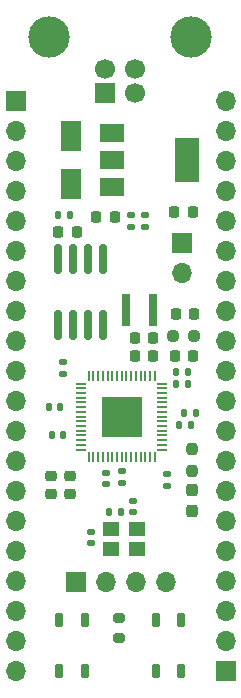
<source format=gbr>
%TF.GenerationSoftware,KiCad,Pcbnew,(6.0.11)*%
%TF.CreationDate,2024-08-13T15:35:31-05:00*%
%TF.ProjectId,PicoAlt,5069636f-416c-4742-9e6b-696361645f70,rev?*%
%TF.SameCoordinates,Original*%
%TF.FileFunction,Soldermask,Top*%
%TF.FilePolarity,Negative*%
%FSLAX46Y46*%
G04 Gerber Fmt 4.6, Leading zero omitted, Abs format (unit mm)*
G04 Created by KiCad (PCBNEW (6.0.11)) date 2024-08-13 15:35:31*
%MOMM*%
%LPD*%
G01*
G04 APERTURE LIST*
G04 Aperture macros list*
%AMRoundRect*
0 Rectangle with rounded corners*
0 $1 Rounding radius*
0 $2 $3 $4 $5 $6 $7 $8 $9 X,Y pos of 4 corners*
0 Add a 4 corners polygon primitive as box body*
4,1,4,$2,$3,$4,$5,$6,$7,$8,$9,$2,$3,0*
0 Add four circle primitives for the rounded corners*
1,1,$1+$1,$2,$3*
1,1,$1+$1,$4,$5*
1,1,$1+$1,$6,$7*
1,1,$1+$1,$8,$9*
0 Add four rect primitives between the rounded corners*
20,1,$1+$1,$2,$3,$4,$5,0*
20,1,$1+$1,$4,$5,$6,$7,0*
20,1,$1+$1,$6,$7,$8,$9,0*
20,1,$1+$1,$8,$9,$2,$3,0*%
G04 Aperture macros list end*
%ADD10R,1.400000X1.200000*%
%ADD11RoundRect,0.140000X0.140000X0.170000X-0.140000X0.170000X-0.140000X-0.170000X0.140000X-0.170000X0*%
%ADD12R,1.700000X1.700000*%
%ADD13C,1.700000*%
%ADD14C,3.500000*%
%ADD15RoundRect,0.135000X0.135000X0.185000X-0.135000X0.185000X-0.135000X-0.185000X0.135000X-0.185000X0*%
%ADD16RoundRect,0.225000X0.225000X0.250000X-0.225000X0.250000X-0.225000X-0.250000X0.225000X-0.250000X0*%
%ADD17RoundRect,0.237500X0.237500X-0.250000X0.237500X0.250000X-0.237500X0.250000X-0.237500X-0.250000X0*%
%ADD18RoundRect,0.135000X-0.185000X0.135000X-0.185000X-0.135000X0.185000X-0.135000X0.185000X0.135000X0*%
%ADD19RoundRect,0.140000X-0.170000X0.140000X-0.170000X-0.140000X0.170000X-0.140000X0.170000X0.140000X0*%
%ADD20RoundRect,0.225000X-0.225000X-0.250000X0.225000X-0.250000X0.225000X0.250000X-0.225000X0.250000X0*%
%ADD21RoundRect,0.050000X-0.387500X-0.050000X0.387500X-0.050000X0.387500X0.050000X-0.387500X0.050000X0*%
%ADD22RoundRect,0.050000X-0.050000X-0.387500X0.050000X-0.387500X0.050000X0.387500X-0.050000X0.387500X0*%
%ADD23R,3.400000X3.400000*%
%ADD24RoundRect,0.200000X-0.275000X0.200000X-0.275000X-0.200000X0.275000X-0.200000X0.275000X0.200000X0*%
%ADD25R,2.000000X1.500000*%
%ADD26R,2.000000X3.800000*%
%ADD27O,1.700000X1.700000*%
%ADD28RoundRect,0.140000X-0.140000X-0.170000X0.140000X-0.170000X0.140000X0.170000X-0.140000X0.170000X0*%
%ADD29R,0.800000X2.700000*%
%ADD30R,1.800000X2.500000*%
%ADD31RoundRect,0.237500X0.250000X0.237500X-0.250000X0.237500X-0.250000X-0.237500X0.250000X-0.237500X0*%
%ADD32RoundRect,0.162500X0.162500X-0.437500X0.162500X0.437500X-0.162500X0.437500X-0.162500X-0.437500X0*%
%ADD33RoundRect,0.237500X0.237500X-0.287500X0.237500X0.287500X-0.237500X0.287500X-0.237500X-0.287500X0*%
%ADD34RoundRect,0.150000X0.150000X-1.125000X0.150000X1.125000X-0.150000X1.125000X-0.150000X-1.125000X0*%
%ADD35RoundRect,0.135000X0.185000X-0.135000X0.185000X0.135000X-0.185000X0.135000X-0.185000X-0.135000X0*%
%ADD36RoundRect,0.140000X0.170000X-0.140000X0.170000X0.140000X-0.170000X0.140000X-0.170000X-0.140000X0*%
%ADD37RoundRect,0.225000X-0.250000X0.225000X-0.250000X-0.225000X0.250000X-0.225000X0.250000X0.225000X0*%
G04 APERTURE END LIST*
D10*
%TO.C,Y1*%
X147720000Y-116650000D03*
X149920000Y-116650000D03*
X149920000Y-114950000D03*
X147720000Y-114950000D03*
%TD*%
D11*
%TO.C,C13*%
X143710000Y-106980000D03*
X142750000Y-106980000D03*
%TD*%
D12*
%TO.C,J2*%
X147290000Y-78040000D03*
D13*
X149790000Y-78040000D03*
X149790000Y-76040000D03*
X147290000Y-76040000D03*
D14*
X154560000Y-73330000D03*
X142520000Y-73330000D03*
%TD*%
D15*
%TO.C,R9*%
X144274000Y-88392000D03*
X143254000Y-88392000D03*
%TD*%
D16*
%TO.C,C12*%
X154685000Y-88150000D03*
X153135000Y-88150000D03*
%TD*%
D17*
%TO.C,R1*%
X154630000Y-110042500D03*
X154630000Y-108217500D03*
%TD*%
D18*
%TO.C,R3*%
X150600000Y-88330000D03*
X150600000Y-89350000D03*
%TD*%
D19*
%TO.C,C1*%
X152500000Y-110330000D03*
X152500000Y-111290000D03*
%TD*%
D20*
%TO.C,C10*%
X149805000Y-98790000D03*
X151355000Y-98790000D03*
%TD*%
D21*
%TO.C,U3*%
X145220000Y-102630000D03*
X145220000Y-103030000D03*
X145220000Y-103430000D03*
X145220000Y-103830000D03*
X145220000Y-104230000D03*
X145220000Y-104630000D03*
X145220000Y-105030000D03*
X145220000Y-105430000D03*
X145220000Y-105830000D03*
X145220000Y-106230000D03*
X145220000Y-106630000D03*
X145220000Y-107030000D03*
X145220000Y-107430000D03*
X145220000Y-107830000D03*
X145220000Y-108230000D03*
D22*
X145870000Y-108880000D03*
X146270000Y-108880000D03*
X146670000Y-108880000D03*
X147070000Y-108880000D03*
X147470000Y-108880000D03*
X147870000Y-108880000D03*
X148270000Y-108880000D03*
X148670000Y-108880000D03*
X149070000Y-108880000D03*
X149470000Y-108880000D03*
X149870000Y-108880000D03*
X150270000Y-108880000D03*
X150670000Y-108880000D03*
X151070000Y-108880000D03*
X151470000Y-108880000D03*
D21*
X152120000Y-108230000D03*
X152120000Y-107830000D03*
X152120000Y-107430000D03*
X152120000Y-107030000D03*
X152120000Y-106630000D03*
X152120000Y-106230000D03*
X152120000Y-105830000D03*
X152120000Y-105430000D03*
X152120000Y-105030000D03*
X152120000Y-104630000D03*
X152120000Y-104230000D03*
X152120000Y-103830000D03*
X152120000Y-103430000D03*
X152120000Y-103030000D03*
X152120000Y-102630000D03*
D22*
X151470000Y-101980000D03*
X151070000Y-101980000D03*
X150670000Y-101980000D03*
X150270000Y-101980000D03*
X149870000Y-101980000D03*
X149470000Y-101980000D03*
X149070000Y-101980000D03*
X148670000Y-101980000D03*
X148270000Y-101980000D03*
X147870000Y-101980000D03*
X147470000Y-101980000D03*
X147070000Y-101980000D03*
X146670000Y-101980000D03*
X146270000Y-101980000D03*
X145870000Y-101980000D03*
D23*
X148670000Y-105430000D03*
%TD*%
D24*
%TO.C,R6*%
X148450000Y-122490000D03*
X148450000Y-124140000D03*
%TD*%
D25*
%TO.C,U1*%
X147880000Y-81430000D03*
X147880000Y-83730000D03*
D26*
X154180000Y-83730000D03*
D25*
X147880000Y-86030000D03*
%TD*%
D12*
%TO.C,J3*%
X144770000Y-119460000D03*
D27*
X147310000Y-119460000D03*
X149850000Y-119460000D03*
X152390000Y-119460000D03*
%TD*%
D16*
%TO.C,C4*%
X148075000Y-88500000D03*
X146525000Y-88500000D03*
%TD*%
D28*
%TO.C,C19*%
X153970000Y-105090000D03*
X154930000Y-105090000D03*
%TD*%
D29*
%TO.C,L1*%
X151350000Y-96370000D03*
X149050000Y-96370000D03*
%TD*%
D30*
%TO.C,D2*%
X144400000Y-85710000D03*
X144400000Y-81710000D03*
%TD*%
D31*
%TO.C,R7*%
X154802500Y-98610000D03*
X152977500Y-98610000D03*
%TD*%
D15*
%TO.C,R5*%
X148610000Y-113540000D03*
X147590000Y-113540000D03*
%TD*%
D32*
%TO.C,SW1*%
X151565000Y-126970000D03*
X151565000Y-122670000D03*
X153715000Y-122670000D03*
X153715000Y-126970000D03*
%TD*%
D33*
%TO.C,D1*%
X154630000Y-113435000D03*
X154630000Y-111685000D03*
%TD*%
D28*
%TO.C,C8*%
X153280000Y-102640000D03*
X154240000Y-102640000D03*
%TD*%
D20*
%TO.C,C14*%
X153149000Y-100330000D03*
X154699000Y-100330000D03*
%TD*%
%TO.C,C15*%
X143305000Y-89810000D03*
X144855000Y-89810000D03*
%TD*%
D16*
%TO.C,C18*%
X154805000Y-96760000D03*
X153255000Y-96760000D03*
%TD*%
D12*
%TO.C,JP1*%
X153790000Y-90760000D03*
D27*
X153790000Y-93300000D03*
%TD*%
D34*
%TO.C,U2*%
X143235000Y-97675000D03*
X144505000Y-97675000D03*
X145775000Y-97675000D03*
X147045000Y-97675000D03*
X147045000Y-92125000D03*
X145775000Y-92125000D03*
X144505000Y-92125000D03*
X143235000Y-92125000D03*
%TD*%
D12*
%TO.C,J5*%
X157480000Y-127000000D03*
D27*
X157480000Y-124460000D03*
X157480000Y-121920000D03*
X157480000Y-119380000D03*
X157480000Y-116840000D03*
X157480000Y-114300000D03*
X157480000Y-111760000D03*
X157480000Y-109220000D03*
X157480000Y-106680000D03*
X157480000Y-104140000D03*
X157480000Y-101600000D03*
X157480000Y-99060000D03*
X157480000Y-96520000D03*
X157480000Y-93980000D03*
X157480000Y-91440000D03*
X157480000Y-88900000D03*
X157480000Y-86360000D03*
X157480000Y-83820000D03*
X157480000Y-81280000D03*
X157480000Y-78740000D03*
%TD*%
D35*
%TO.C,R4*%
X149480000Y-89350000D03*
X149480000Y-88330000D03*
%TD*%
D19*
%TO.C,C16*%
X146060000Y-115170000D03*
X146060000Y-116130000D03*
%TD*%
D36*
%TO.C,C2*%
X143700000Y-101810000D03*
X143700000Y-100850000D03*
%TD*%
D32*
%TO.C,SW2*%
X143375000Y-126960000D03*
X143375000Y-122660000D03*
X145525000Y-122660000D03*
X145525000Y-126960000D03*
%TD*%
D15*
%TO.C,R2*%
X154300000Y-101620000D03*
X153280000Y-101620000D03*
%TD*%
D11*
%TO.C,C3*%
X143460000Y-104580000D03*
X142500000Y-104580000D03*
%TD*%
D19*
%TO.C,C9*%
X147320000Y-110180000D03*
X147320000Y-111140000D03*
%TD*%
D37*
%TO.C,C5*%
X142650000Y-110425000D03*
X142650000Y-111975000D03*
%TD*%
D28*
%TO.C,C11*%
X153550000Y-106120000D03*
X154510000Y-106120000D03*
%TD*%
D19*
%TO.C,C17*%
X149630000Y-112580000D03*
X149630000Y-113540000D03*
%TD*%
D20*
%TO.C,C20*%
X149785000Y-100330000D03*
X151335000Y-100330000D03*
%TD*%
D37*
%TO.C,C6*%
X144280000Y-110435000D03*
X144280000Y-111985000D03*
%TD*%
D19*
%TO.C,C7*%
X148700000Y-110080000D03*
X148700000Y-111040000D03*
%TD*%
D12*
%TO.C,J4*%
X139700000Y-78740000D03*
D27*
X139700000Y-81280000D03*
X139700000Y-83820000D03*
X139700000Y-86360000D03*
X139700000Y-88900000D03*
X139700000Y-91440000D03*
X139700000Y-93980000D03*
X139700000Y-96520000D03*
X139700000Y-99060000D03*
X139700000Y-101600000D03*
X139700000Y-104140000D03*
X139700000Y-106680000D03*
X139700000Y-109220000D03*
X139700000Y-111760000D03*
X139700000Y-114300000D03*
X139700000Y-116840000D03*
X139700000Y-119380000D03*
X139700000Y-121920000D03*
X139700000Y-124460000D03*
X139700000Y-127000000D03*
%TD*%
M02*

</source>
